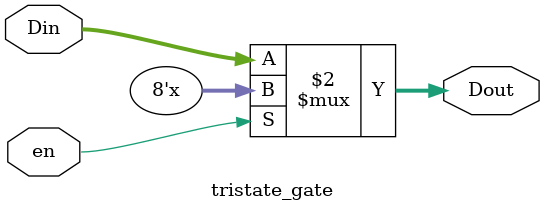
<source format=v>
module tristate_gate(Din, en, Dout);
    input wire [7:0] Din;
    input wire en;
    
    output wire [7:0] Dout;
	
	assign Dout = !en ? Din : 8'bz;
endmodule
</source>
